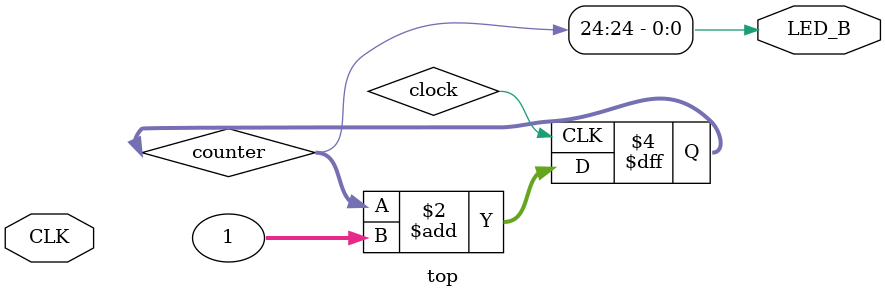
<source format=v>
/* Blink the RGB LED */

module top (
  input CLK,
  output LED_B
);
  reg [31:0] counter=0;

  always@(posedge clock) begin
    counter <= counter +1;
  end

  assign {LED_B} = counter[24];

endmodule

</source>
